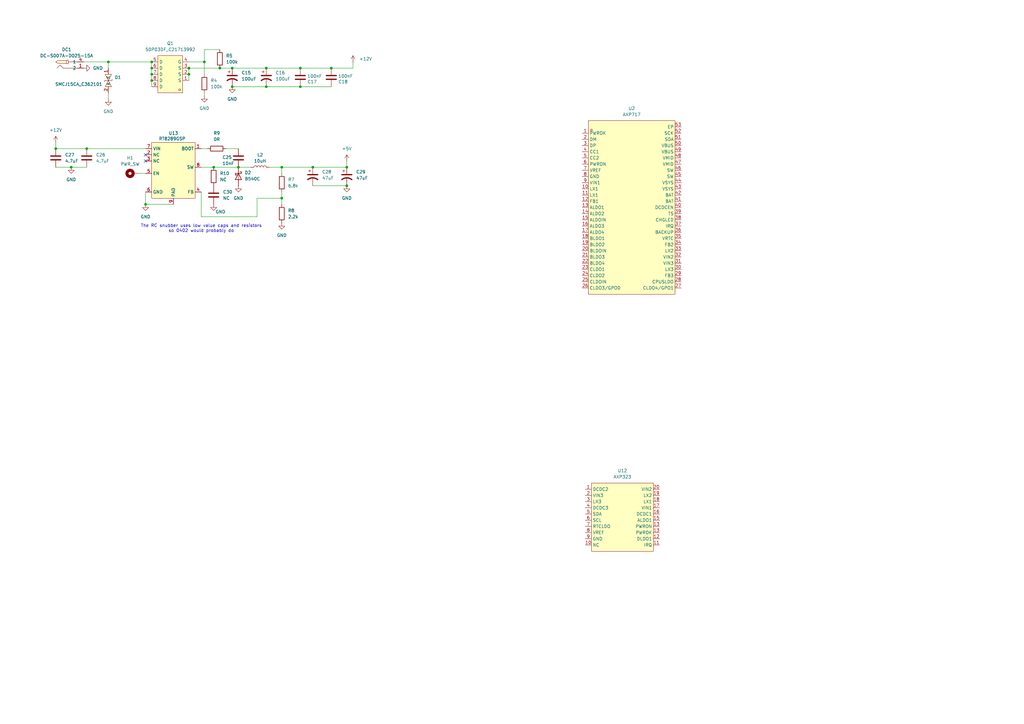
<source format=kicad_sch>
(kicad_sch (version 20250114) (generator "eeschema") (generator_version "9.0")
  (paper "A3")
  (title_block (date "2025-02-20") (rev "V0.1") (company "Matthew Spotten"))
  (lib_symbols
    (symbol "AXP323:AXP323"
      (property "Reference" "U" (at -15.494 16.256 0))
      (property "Value" "AXP323" (at -5.334 15.748 0))
      (symbol "AXP323_1_1"
        (rectangle (start -12.7 13.97) (end 12.7 -13.97) (fill (type background)))
        (pin input line (at -15.24 11.43 0) (length 2.54) (name "DCDC2") (number "1"))
        (pin input line (at -15.24 8.89 0) (length 2.54) (name "VIN3") (number "2"))
        (pin input line (at -15.24 6.35 0) (length 2.54) (name "LX3") (number "3"))
        (pin input line (at -15.24 3.81 0) (length 2.54) (name "DCDC3") (number "4"))
        (pin input line (at -15.24 1.27 0) (length 2.54) (name "SDA") (number "5"))
        (pin input line (at -15.24 -1.27 0) (length 2.54) (name "SCL") (number "6"))
        (pin input line (at -15.24 -3.81 0) (length 2.54) (name "RTCLDO") (number "7"))
        (pin input line (at -15.24 -6.35 0) (length 2.54) (name "VREF") (number "8"))
        (pin input line (at -15.24 -8.89 0) (length 2.54) (name "GND") (number "9"))
        (pin input line (at -15.24 -11.43 0) (length 2.54) (name "NC") (number "10"))
        (pin input line (at 15.24 11.43 180) (length 2.54) (name "VIN2") (number "20"))
        (pin input line (at 15.24 8.89 180) (length 2.54) (name "LX2") (number "19"))
        (pin input line (at 15.24 6.35 180) (length 2.54) (name "LX1") (number "18"))
        (pin input line (at 15.24 3.81 180) (length 2.54) (name "VIN1") (number "17"))
        (pin input line (at 15.24 1.27 180) (length 2.54) (name "DCDC1") (number "16"))
        (pin input line (at 15.24 -1.27 180) (length 2.54) (name "ALDO1") (number "15"))
        (pin input line (at 15.24 -3.81 180) (length 2.54) (name "PWRON") (number "13"))
        (pin input line (at 15.24 -6.35 180) (length 2.54) (name "PWROK") (number "13"))
        (pin input line (at 15.24 -8.89 180) (length 2.54) (name "DLDO1") (number "12"))
        (pin input line (at 15.24 -11.43 180) (length 2.54) (name "IRQ") (number "11"))
      )
    )
    (symbol "Device:C" (pin_numbers (hide yes)) (pin_names (offset 0.254))
      (property "Reference" "C" (at 0.635 2.54 0))
      (property "Value" "C" (at 0.635 -2.54 0))
      (symbol "C_0_1"
        (polyline (pts (xy -2.032 0.762) (xy 2.032 0.762)) (stroke (width 0.508)))
        (polyline (pts (xy -2.032 -0.762) (xy 2.032 -0.762)) (stroke (width 0.508)))
      )
      (symbol "C_1_1"
        (pin passive line (at 0 3.81 270) (length 2.794) (name "~") (number "1"))
        (pin passive line (at 0 -3.81 90) (length 2.794) (name "~") (number "2"))
      )
    )
    (symbol "Device:C_Polarized_US" (pin_numbers (hide yes)) (pin_names (offset 0.254) (hide yes))
      (property "Reference" "C" (at 0.635 2.54 0))
      (property "Value" "C_Polarized_US" (at 0.635 -2.54 0))
      (symbol "C_Polarized_US_0_1"
        (polyline (pts (xy -2.032 0.762) (xy 2.032 0.762)) (stroke (width 0.508)))
        (polyline (pts (xy -1.778 2.286) (xy -0.762 2.286)))
        (polyline (pts (xy -1.27 1.778) (xy -1.27 2.794)))
        (arc (start -2.032 -1.27) (mid 0 -0.5572) (end 2.032 -1.27) (stroke (width 0.508)))
      )
      (symbol "C_Polarized_US_1_1"
        (pin passive line (at 0 3.81 270) (length 2.794) (name "~") (number "1"))
        (pin passive line (at 0 -3.81 90) (length 3.302) (name "~") (number "2"))
      )
    )
    (symbol "Device:D_Schottky" (pin_numbers (hide yes)) (pin_names (offset 1.016) (hide yes))
      (property "Reference" "D" (at 0 2.54 0))
      (property "Value" "D_Schottky" (at 0 -2.54 0))
      (symbol "D_Schottky_0_1"
        (polyline (pts (xy -1.905 0.635) (xy -1.905 1.27) (xy -1.27 1.27) (xy -1.27 -1.27) (xy -0.635 -1.27) (xy -0.635 -0.635)) (stroke (width 0.254)))
        (polyline (pts (xy 1.27 1.27) (xy 1.27 -1.27) (xy -1.27 0) (xy 1.27 1.27)) (stroke (width 0.254)))
        (polyline (pts (xy 1.27 0) (xy -1.27 0)))
      )
      (symbol "D_Schottky_1_1"
        (pin passive line (at -3.81 0 0) (length 2.54) (name "K") (number "1"))
        (pin passive line (at 3.81 0 180) (length 2.54) (name "A") (number "2"))
      )
    )
    (symbol "Device:L" (pin_numbers (hide yes)) (pin_names (offset 1.016) (hide yes))
      (property "Reference" "L" (at -1.27 0 90))
      (property "Value" "L" (at 1.905 0 90))
      (symbol "L_0_1"
        (arc (start 0 2.54) (mid 0.6323 1.905) (end 0 1.27))
        (arc (start 0 1.27) (mid 0.6323 0.635) (end 0 0))
        (arc (start 0 0) (mid 0.6323 -0.635) (end 0 -1.27))
        (arc (start 0 -1.27) (mid 0.6323 -1.905) (end 0 -2.54))
      )
      (symbol "L_1_1"
        (pin passive line (at 0 3.81 270) (length 1.27) (name "1") (number "1"))
        (pin passive line (at 0 -3.81 90) (length 1.27) (name "2") (number "2"))
      )
    )
    (symbol "Device:R" (pin_numbers (hide yes)) (pin_names (offset 0))
      (property "Reference" "R" (at 2.032 0 90))
      (property "Value" "R" (at 0 0 90))
      (symbol "R_0_1"
        (rectangle (start -1.016 -2.54) (end 1.016 2.54) (stroke (width 0.254)))
      )
      (symbol "R_1_1"
        (pin passive line (at 0 3.81 270) (length 1.27) (name "~") (number "1"))
        (pin passive line (at 0 -3.81 90) (length 1.27) (name "~") (number "2"))
      )
    )
    (symbol "Mechanical:MountingHole_Pad_MP" (pin_numbers (hide yes)) (pin_names (offset 1.016) (hide yes)) (in_bom no)
      (property "Reference" "H" (at 0 6.35 0))
      (property "Value" "MountingHole_Pad_MP" (at 0 4.445 0))
      (symbol "MountingHole_Pad_MP_0_1"
        (circle (center 0 1.27) (radius 1.27) (stroke (width 1.27)))
      )
      (symbol "MountingHole_Pad_MP_1_1"
        (pin input line (at 0 -2.54 90) (length 2.54) (name "MP") (number "MP"))
      )
    )
    (symbol "easyeda:30P03D_C20754801"
      (property "Reference" "Q" (at 0 10.16 0))
      (property "Value" "30P03D_C20754801" (at 0 -10.16 0))
      (symbol "30P03D_C20754801_0_1"
        (rectangle (start -5.08 7.62) (end 5.08 -7.62) (fill (type background)))
        (circle (center -3.81 6.35) (radius 0.38))
        (pin unspecified line (at -7.62 2.54 0) (length 2.54) (name "S") (number "1"))
        (pin unspecified line (at -7.62 0 0) (length 2.54) (name "S") (number "2"))
        (pin unspecified line (at -7.62 -2.54 0) (length 2.54) (name "S") (number "3"))
        (pin unspecified line (at -7.62 -5.08 0) (length 2.54) (name "G") (number "4"))
        (pin unspecified line (at 7.62 5.08 180) (length 2.54) (name "D") (number "9"))
        (pin unspecified line (at 7.62 2.54 180) (length 2.54) (name "D") (number "8"))
        (pin unspecified line (at 7.62 0 180) (length 2.54) (name "D") (number "7"))
        (pin unspecified line (at 7.62 -2.54 180) (length 2.54) (name "D") (number "6"))
        (pin unspecified line (at 7.62 -5.08 180) (length 2.54) (name "D") (number "5"))
      )
    )
    (symbol "easyeda:AXP717"
      (property "Reference" "U" (at 0 38.1 0))
      (property "Value" "AXP717" (at 0 -38.1 0))
      (symbol "AXP717_0_1"
        (rectangle (start -17.78 35.56) (end 17.78 -35.56) (fill (type background)))
        (circle (center -16.51 31.75) (radius 0.38))
        (pin unspecified line (at -20.32 30.48 0) (length 2.54) (name "PWROK") (number "1"))
        (pin unspecified line (at -20.32 27.94 0) (length 2.54) (name "DM") (number "2"))
        (pin unspecified line (at -20.32 25.4 0) (length 2.54) (name "DP") (number "3"))
        (pin unspecified line (at -20.32 22.86 0) (length 2.54) (name "CC1") (number "4"))
        (pin unspecified line (at -20.32 20.32 0) (length 2.54) (name "CC2") (number "5"))
        (pin unspecified line (at -20.32 17.78 0) (length 2.54) (name "PWRON") (number "6"))
        (pin unspecified line (at -20.32 15.24 0) (length 2.54) (name "VREF") (number "7"))
        (pin unspecified line (at -20.32 12.7 0) (length 2.54) (name "GND") (number "8"))
        (pin unspecified line (at -20.32 10.16 0) (length 2.54) (name "VIN1") (number "9"))
        (pin unspecified line (at -20.32 7.62 0) (length 2.54) (name "LX1") (number "10"))
        (pin unspecified line (at -20.32 5.08 0) (length 2.54) (name "LX1") (number "11"))
        (pin unspecified line (at -20.32 2.54 0) (length 2.54) (name "FB1") (number "12"))
        (pin unspecified line (at -20.32 0 0) (length 2.54) (name "ALDO1") (number "13"))
        (pin unspecified line (at -20.32 -2.54 0) (length 2.54) (name "ALDO2") (number "14"))
        (pin unspecified line (at -20.32 -5.08 0) (length 2.54) (name "ALDOIN") (number "15"))
        (pin unspecified line (at -20.32 -7.62 0) (length 2.54) (name "ALDO3") (number "16"))
        (pin unspecified line (at -20.32 -10.16 0) (length 2.54) (name "ALDO4") (number "17"))
        (pin unspecified line (at -20.32 -12.7 0) (length 2.54) (name "BLDO1") (number "18"))
        (pin unspecified line (at -20.32 -15.24 0) (length 2.54) (name "BLDO2") (number "19"))
        (pin unspecified line (at -20.32 -17.78 0) (length 2.54) (name "BLDOIN") (number "20"))
        (pin unspecified line (at -20.32 -20.32 0) (length 2.54) (name "BLDO3") (number "21"))
        (pin unspecified line (at -20.32 -22.86 0) (length 2.54) (name "BLDO4") (number "22"))
        (pin unspecified line (at -20.32 -25.4 0) (length 2.54) (name "CLDO1") (number "23"))
        (pin unspecified line (at -20.32 -27.94 0) (length 2.54) (name "CLDO2") (number "24"))
        (pin unspecified line (at -20.32 -30.48 0) (length 2.54) (name "CLDOIN") (number "25"))
        (pin unspecified line (at -20.32 -33.02 0) (length 2.54) (name "CLDO3/GPO0") (number "26"))
        (pin unspecified line (at 20.32 33.02 180) (length 2.54) (name "EP") (number "53"))
        (pin unspecified line (at 20.32 30.48 180) (length 2.54) (name "SCK") (number "52"))
        (pin unspecified line (at 20.32 27.94 180) (length 2.54) (name "SDA") (number "51"))
        (pin unspecified line (at 20.32 25.4 180) (length 2.54) (name "VBUS") (number "50"))
        (pin unspecified line (at 20.32 22.86 180) (length 2.54) (name "VBUS") (number "49"))
        (pin unspecified line (at 20.32 20.32 180) (length 2.54) (name "VMID") (number "48"))
        (pin unspecified line (at 20.32 17.78 180) (length 2.54) (name "VMID") (number "47"))
        (pin unspecified line (at 20.32 15.24 180) (length 2.54) (name "SW") (number "46"))
        (pin unspecified line (at 20.32 12.7 180) (length 2.54) (name "SW") (number "45"))
        (pin unspecified line (at 20.32 10.16 180) (length 2.54) (name "VSYS") (number "44"))
        (pin unspecified line (at 20.32 7.62 180) (length 2.54) (name "VSYS") (number "43"))
        (pin unspecified line (at 20.32 5.08 180) (length 2.54) (name "BAT") (number "42"))
        (pin unspecified line (at 20.32 2.54 180) (length 2.54) (name "BAT") (number "41"))
        (pin unspecified line (at 20.32 0 180) (length 2.54) (name "DCDCEN") (number "40"))
        (pin unspecified line (at 20.32 -2.54 180) (length 2.54) (name "TS") (number "39"))
        (pin unspecified line (at 20.32 -5.08 180) (length 2.54) (name "CHGLED") (number "38"))
        (pin unspecified line (at 20.32 -7.62 180) (length 2.54) (name "IRQ") (number "37"))
        (pin unspecified line (at 20.32 -10.16 180) (length 2.54) (name "BACKUP") (number "36"))
        (pin unspecified line (at 20.32 -12.7 180) (length 2.54) (name "VRTC") (number "35"))
        (pin unspecified line (at 20.32 -15.24 180) (length 2.54) (name "FB2") (number "34"))
        (pin unspecified line (at 20.32 -17.78 180) (length 2.54) (name "LX2") (number "33"))
        (pin unspecified line (at 20.32 -20.32 180) (length 2.54) (name "VIN2") (number "32"))
        (pin unspecified line (at 20.32 -22.86 180) (length 2.54) (name "VIN3") (number "31"))
        (pin unspecified line (at 20.32 -25.4 180) (length 2.54) (name "LX3") (number "30"))
        (pin unspecified line (at 20.32 -27.94 180) (length 2.54) (name "FB3") (number "29"))
        (pin unspecified line (at 20.32 -30.48 180) (length 2.54) (name "CPUSLDO") (number "28"))
        (pin unspecified line (at 20.32 -33.02 180) (length 2.54) (name "CLDO4/GPO1") (number "27"))
      )
    )
    (symbol "easyeda:DC-S007A-D025-15A"
      (property "Reference" "DC" (at 0 5.08 0))
      (property "Value" "DC-S007A-D025-15A" (at 0 -7.62 0))
      (symbol "DC-S007A-D025-15A_0_1"
        (polyline (pts (xy -5.84 -2.54) (xy 0 -2.54)))
        (polyline (pts (xy -5.84 -2.54) (xy -7.11 -1.27) (xy -8.38 -2.54) (xy -8.38 -2.54)))
        (polyline (pts (xy -4.57 0.51) (xy -4.57 -0.51) (xy -8.13 -0.51) (xy -8.89 0) (xy -8.13 0.51) (xy -4.57 0.51)) (fill (type background)))
        (polyline (pts (xy -4.57 0.51) (xy -4.32 0.76) (xy -3.81 0.76) (xy -3.81 -0.76) (xy -4.32 -0.76) (xy -4.57 -0.51)))
        (polyline (pts (xy -3.81 0) (xy 0 0)))
        (pin unspecified line (at 2.54 0 180) (length 2.54) (name "1") (number "4"))
        (pin unspecified line (at 2.54 -2.54 180) (length 2.54) (name "2") (number "1"))
      )
    )
    (symbol "easyeda:RT8289GSP"
      (property "Reference" "U13" (at 0.254 -24.13 0))
      (property "Value" "RT8289GSP" (at 0.254 -26.67 0))
      (symbol "RT8289GSP_0_1"
        (rectangle (start -8.89 11.43) (end 8.89 -11.43) (fill (type background)))
        (pin unspecified line (at -11.43 8.89 0) (length 2.54) (name "VIN") (number "7"))
        (pin unspecified line (at -11.43 6.35 0) (length 2.54) (name "NC") (number "2"))
        (pin unspecified line (at -11.43 3.81 0) (length 2.54) (name "NC") (number "3"))
        (pin unspecified line (at -11.43 -1.27 0) (length 2.54) (name "EN") (number "5"))
        (pin unspecified line (at -11.43 -8.89 0) (length 2.54) (name "GND") (number "6"))
        (pin unspecified line (at 0 -13.97 90) (length 2.54) (name "PAD") (number "9"))
        (pin unspecified line (at 11.43 8.89 180) (length 2.54) (name "BOOT") (number "1"))
        (pin unspecified line (at 11.43 1.27 180) (length 2.54) (name "SW") (number "8"))
        (pin unspecified line (at 11.43 -8.89 180) (length 2.54) (name "FB") (number "4"))
      )
    )
    (symbol "easyeda:SMCJ15CA_C362101"
      (property "Reference" "D" (at 0 5.08 0))
      (property "Value" "SMCJ15CA_C362101" (at 0 -5.08 0))
      (symbol "SMCJ15CA_C362101_0_1"
        (polyline (pts (xy -2.54 1.27) (xy 0 0) (xy -2.54 -1.27) (xy -2.54 1.27)) (fill (type background)))
        (polyline (pts (xy -0.51 1.52) (xy -0.51 1.52) (xy 0 1.52) (xy 0 -1.52) (xy 0.51 -1.52) (xy 0.51 -1.52)))
        (polyline (pts (xy 2.54 1.27) (xy 0 0) (xy 2.54 -1.27) (xy 2.54 1.27)) (fill (type background)))
        (pin unspecified line (at -5.08 0 0) (length 2.54) (name "K") (number "1"))
        (pin unspecified line (at 5.08 0 180) (length 2.54) (name "A") (number "2"))
      )
    )
    (symbol "power:+12V" (power) (pin_numbers (hide yes)) (pin_names (offset 0) (hide yes))
      (property "Value" "+12V" (at 0 3.556 0))
      (symbol "+12V_0_1"
        (polyline (pts (xy -0.762 1.27) (xy 0 2.54)))
        (polyline (pts (xy 0 2.54) (xy 0.762 1.27)))
        (polyline (pts (xy 0 0) (xy 0 2.54)))
      )
      (symbol "+12V_1_1"
        (pin power_in line (at 0 0 90) (length 0) (name "~") (number "1"))
      )
    )
    (symbol "power:+5V" (power) (pin_numbers (hide yes)) (pin_names (offset 0) (hide yes))
      (property "Value" "+5V" (at 0 3.556 0))
      (symbol "+5V_0_1"
        (polyline (pts (xy -0.762 1.27) (xy 0 2.54)))
        (polyline (pts (xy 0 2.54) (xy 0.762 1.27)))
        (polyline (pts (xy 0 0) (xy 0 2.54)))
      )
      (symbol "+5V_1_1"
        (pin power_in line (at 0 0 90) (length 0) (name "~") (number "1"))
      )
    )
    (symbol "power:GND" (power) (pin_numbers (hide yes)) (pin_names (offset 0) (hide yes))
      (property "Value" "GND" (at 0 -3.81 0))
      (symbol "GND_0_1"
        (polyline (pts (xy 0 0) (xy 0 -1.27) (xy 1.27 -1.27) (xy 0 -2.54) (xy -1.27 -1.27) (xy 0 -1.27)))
      )
      (symbol "GND_1_1"
        (pin power_in line (at 0 0 270) (length 0) (name "~") (number "1"))
      )
    )
  )
  (text "The RC snubber uses low value caps and resistors\nso 0402 would probably do\n" (at 82.55 93.726 0) (effects (font (size 1.27 1.27))))
  (junction (at 62.23 33.02))
  (junction (at 62.23 27.94))
  (junction (at 97.79 68.58))
  (junction (at 142.24 68.58))
  (junction (at 128.27 68.58))
  (junction (at 123.19 35.56))
  (junction (at 90.17 27.94))
  (junction (at 123.19 27.94))
  (junction (at 87.63 68.58))
  (junction (at 62.23 30.48))
  (junction (at 95.25 35.56))
  (junction (at 115.57 81.28))
  (junction (at 22.86 60.96))
  (junction (at 62.23 25.4))
  (junction (at 77.47 30.48))
  (junction (at 29.21 68.58))
  (junction (at 83.82 25.4))
  (junction (at 77.47 27.94))
  (junction (at 35.56 60.96))
  (junction (at 95.25 27.94))
  (junction (at 44.45 25.4))
  (junction (at 135.89 27.94))
  (junction (at 109.22 35.56))
  (junction (at 109.22 27.94))
  (junction (at 115.57 68.58))
  (junction (at 142.24 76.2))
  (junction (at 59.69 83.82))
  (no_connect (at 59.69 63.5))
  (no_connect (at 59.69 66.04))
  (wire (pts (xy 44.45 25.4) (xy 62.23 25.4)))
  (wire (pts (xy 62.23 25.4) (xy 62.23 27.94)))
  (wire (pts (xy 95.25 27.94) (xy 109.22 27.94)))
  (wire (pts (xy 115.57 81.28) (xy 115.57 83.82)))
  (wire (pts (xy 82.55 60.96) (xy 85.09 60.96)))
  (wire (pts (xy 142.24 68.58) (xy 128.27 68.58)))
  (wire (pts (xy 87.63 68.58) (xy 97.79 68.58)))
  (wire (pts (xy 59.69 78.74) (xy 59.69 83.82)))
  (wire (pts (xy 83.82 39.37) (xy 83.82 38.1)))
  (wire (pts (xy 109.22 35.56) (xy 123.19 35.56)))
  (wire (pts (xy 77.47 27.94) (xy 77.47 30.48)))
  (wire (pts (xy 123.19 27.94) (xy 135.89 27.94)))
  (wire (pts (xy 123.19 35.56) (xy 135.89 35.56)))
  (wire (pts (xy 59.69 83.82) (xy 71.12 83.82)))
  (wire (pts (xy 22.86 58.42) (xy 22.86 60.96)))
  (wire (pts (xy 62.23 33.02) (xy 62.23 35.56)))
  (wire (pts (xy 29.21 68.58) (xy 35.56 68.58)))
  (wire (pts (xy 90.17 27.94) (xy 95.25 27.94)))
  (wire (pts (xy 77.47 25.4) (xy 83.82 25.4)))
  (wire (pts (xy 44.45 38.1) (xy 44.45 40.64)))
  (wire (pts (xy 82.55 88.9) (xy 105.41 88.9)))
  (wire (pts (xy 115.57 68.58) (xy 128.27 68.58)))
  (wire (pts (xy 77.47 27.94) (xy 90.17 27.94)))
  (wire (pts (xy 144.78 25.4) (xy 144.78 27.94)))
  (wire (pts (xy 115.57 78.74) (xy 115.57 81.28)))
  (wire (pts (xy 22.86 60.96) (xy 35.56 60.96)))
  (wire (pts (xy 115.57 81.28) (xy 105.41 81.28)))
  (wire (pts (xy 34.29 25.4) (xy 44.45 25.4)))
  (wire (pts (xy 110.49 68.58) (xy 115.57 68.58)))
  (wire (pts (xy 128.27 76.2) (xy 142.24 76.2)))
  (wire (pts (xy 62.23 30.48) (xy 62.23 33.02)))
  (wire (pts (xy 115.57 68.58) (xy 115.57 71.12)))
  (wire (pts (xy 83.82 25.4) (xy 83.82 30.48)))
  (wire (pts (xy 97.79 68.58) (xy 102.87 68.58)))
  (wire (pts (xy 109.22 27.94) (xy 123.19 27.94)))
  (wire (pts (xy 82.55 68.58) (xy 87.63 68.58)))
  (wire (pts (xy 142.24 66.04) (xy 142.24 68.58)))
  (wire (pts (xy 82.55 88.9) (xy 82.55 78.74)))
  (wire (pts (xy 95.25 35.56) (xy 109.22 35.56)))
  (wire (pts (xy 77.47 30.48) (xy 77.47 33.02)))
  (wire (pts (xy 135.89 27.94) (xy 144.78 27.94)))
  (wire (pts (xy 92.71 60.96) (xy 97.79 60.96)))
  (wire (pts (xy 105.41 81.28) (xy 105.41 88.9)))
  (wire (pts (xy 44.45 25.4) (xy 44.45 27.94)))
  (wire (pts (xy 22.86 68.58) (xy 29.21 68.58)))
  (wire (pts (xy 35.56 60.96) (xy 59.69 60.96)))
  (wire (pts (xy 57.15 71.12) (xy 59.69 71.12)))
  (wire (pts (xy 83.82 20.32) (xy 83.82 25.4)))
  (wire (pts (xy 62.23 27.94) (xy 62.23 30.48)))
  (wire (pts (xy 90.17 20.32) (xy 83.82 20.32)))
  (symbol (lib_id "power:GND") (at 34.29 27.94 90) (unit 1)
    (property "Reference" "#PWR047" (effects (hide yes)))
    (property "Value" "GND" (at 38.1 27.9399 90) (effects (justify right)))
    (property "Description" "Power symbol creates a global label with name \"GND\" , ground" (effects (hide yes)))
  )
  (symbol (lib_id "Device:C_Polarized_US") (at 142.24 72.39 0) (unit 1)
    (property "Reference" "C29" (at 146.05 70.4849 0) (effects (justify left)))
    (property "Value" "47uF" (at 146.05 73.0249 0) (effects (justify left)))
    (property "Description" "Polarized capacitor, US symbol" (effects (hide yes)))
  )
  (symbol (lib_id "power:GND") (at 142.24 76.2 0) (unit 1)
    (property "Reference" "#PWR062" (effects (hide yes)))
    (property "Value" "GND" (at 142.24 81.28 0))
    (property "Description" "Power symbol creates a global label with name \"GND\" , ground" (effects (hide yes)))
  )
  (symbol (lib_id "Device:D_Schottky") (at 97.79 72.39 270) (unit 1)
    (property "Reference" "D2" (at 100.33 70.8024 90) (effects (justify left)))
    (property "Value" "B540C" (at 100.33 73.3424 90) (effects (justify left)))
    (property "Footprint" "Diode_SMD:D_SMC" (effects (hide yes)))
    (property "Description" "Schottky diode" (effects (hide yes)))
    (property "LCSC Part" "C6807783" (effects (hide yes)))
  )
  (symbol (lib_id "Device:R") (at 90.17 24.13 0) (unit 1)
    (property "Reference" "R5" (at 92.71 22.8599 0) (effects (justify left)))
    (property "Value" "100k" (at 92.71 25.3999 0) (effects (justify left)))
    (property "Description" "Resistor" (effects (hide yes)))
  )
  (symbol (lib_id "easyeda:SMCJ15CA_C362101") (at 44.45 33.02 270) (unit 1)
    (property "Reference" "D1" (at 46.99 31.7499 90) (effects (justify left)))
    (property "Value" "SMCJ15CA_C362101" (at 22.606 34.544 90) (effects (justify left)))
    (property "Footprint" "easyeda:SMC_L6.9-W5.9-LS7.9-BI" (effects (hide yes)))
    (property "Datasheet" "https://lcsc.com/product-detail/Others_Shenzhen-Jinkaisheng-Elec-SMCJ15CA_C362101.html" (effects (hide yes)))
    (property "LCSC Part" "C362101" (effects (hide yes)))
  )
  (symbol (lib_id "power:GND") (at 115.57 91.44 0) (unit 1)
    (property "Reference" "#PWR060" (effects (hide yes)))
    (property "Value" "GND" (at 115.57 96.52 0))
    (property "Description" "Power symbol creates a global label with name \"GND\" , ground" (effects (hide yes)))
  )
  (symbol (lib_id "easyeda:RT8289GSP") (at 71.12 69.85 0) (unit 1)
    (property "Reference" "U13" (at 71.12 54.61 0))
    (property "Value" "RT8289GSP" (at 70.612 56.896 0))
    (property "Footprint" "easyeda:SOIC-8_L5.0-W4.0-P1.27-LS6.0-BL-EP2.0" (effects (hide yes)))
    (property "Datasheet" "https://lcsc.com/product-detail/DC-DC-Converters_RT8289GSP_C39202.html" (effects (hide yes)))
    (property "LCSC Part" "C39202" (effects (hide yes)))
  )
  (symbol (lib_id "Device:C_Polarized_US") (at 95.25 31.75 0) (unit 1)
    (property "Reference" "C15" (at 99.06 29.8449 0) (effects (justify left)))
    (property "Value" "100uF" (at 99.06 32.3849 0) (effects (justify left)))
    (property "Description" "Polarized capacitor, US symbol" (effects (hide yes)))
  )
  (symbol (lib_id "Device:R") (at 88.9 60.96 90) (unit 1)
    (property "Reference" "R9" (at 88.9 54.61 90))
    (property "Value" "0R" (at 88.9 57.15 90))
    (property "Description" "Resistor" (effects (hide yes)))
  )
  (symbol (lib_id "Device:R") (at 83.82 34.29 0) (unit 1)
    (property "Reference" "R4" (at 86.36 33.0199 0) (effects (justify left)))
    (property "Value" "100k" (at 86.36 35.5599 0) (effects (justify left)))
    (property "Description" "Resistor" (effects (hide yes)))
  )
  (symbol (lib_id "Device:R") (at 115.57 74.93 0) (unit 1)
    (property "Reference" "R7" (at 118.11 73.6599 0) (effects (justify left)))
    (property "Value" "6.8k" (at 118.11 76.1999 0) (effects (justify left)))
    (property "Description" "Resistor" (effects (hide yes)))
  )
  (symbol (lib_id "Device:C") (at 87.63 80.01 0) (unit 1)
    (property "Reference" "C30" (at 91.44 78.7399 0) (effects (justify left)))
    (property "Value" "NC" (at 91.44 81.2799 0) (effects (justify left)))
    (property "Description" "Unpolarized capacitor" (effects (hide yes)))
  )
  (symbol (lib_id "easyeda:AXP717") (at 259.08 85.09 0) (unit 1)
    (property "Reference" "U2" (at 259.08 44.45 0))
    (property "Value" "AXP717" (at 259.08 46.99 0))
    (property "Footprint" "easyeda:QFN-52_L6.0-W6.0-P0.40-TL-EP4.7" (effects (hide yes)))
    (property "Datasheet" "libs/_datasheets/X-Powers-Tech-AXP717_C2997897.pdf" (effects (hide yes)))
    (property "LCSC Part" "C2997897" (effects (hide yes)))
  )
  (symbol (lib_id "Device:R") (at 87.63 72.39 180) (unit 1)
    (property "Reference" "R10" (at 90.17 71.1199 0) (effects (justify right)))
    (property "Value" "NC" (at 90.17 73.6599 0) (effects (justify right)))
    (property "Description" "Resistor" (effects (hide yes)))
  )
  (symbol (lib_id "Device:C") (at 123.19 31.75 180) (unit 1)
    (property "Reference" "C17" (at 128.016 33.528 0))
    (property "Value" "100nF" (at 129.032 31.242 0))
    (property "Description" "Unpolarized capacitor" (effects (hide yes)))
  )
  (symbol (lib_id "Device:C_Polarized_US") (at 109.22 31.75 0) (unit 1)
    (property "Reference" "C16" (at 113.03 29.8449 0) (effects (justify left)))
    (property "Value" "100uF" (at 113.03 32.3849 0) (effects (justify left)))
    (property "Description" "Polarized capacitor, US symbol" (effects (hide yes)))
  )
  (symbol (lib_id "power:GND") (at 97.79 76.2 0) (unit 1)
    (property "Reference" "#PWR063" (effects (hide yes)))
    (property "Value" "GND" (at 97.79 81.28 0))
    (property "Description" "Power symbol creates a global label with name \"GND\" , ground" (effects (hide yes)))
  )
  (symbol (lib_id "power:GND") (at 87.63 83.82 0) (unit 1)
    (property "Reference" "#PWR064" (effects (hide yes)))
    (property "Value" "GND" (at 90.424 86.868 0))
    (property "Description" "Power symbol creates a global label with name \"GND\" , ground" (effects (hide yes)))
  )
  (symbol (lib_id "Device:R") (at 115.57 87.63 0) (unit 1)
    (property "Reference" "R8" (at 118.11 86.3599 0) (effects (justify left)))
    (property "Value" "2.2k" (at 118.11 88.8999 0) (effects (justify left)))
    (property "Description" "Resistor" (effects (hide yes)))
  )
  (symbol (lib_id "power:+12V") (at 144.78 25.4 0) (unit 1)
    (property "Reference" "#PWR048" (effects (hide yes)))
    (property "Value" "+12V" (at 147.32 24.1299 0) (effects (justify left)))
    (property "Description" "Power symbol creates a global label with name \"+12V\"" (effects (hide yes)))
  )
  (symbol (lib_id "Device:C") (at 97.79 64.77 180) (unit 1)
    (property "Reference" "C25" (at 91.186 64.516 0) (effects (justify right)))
    (property "Value" "10nF" (at 91.186 67.056 0) (effects (justify right)))
    (property "Description" "Unpolarized capacitor" (effects (hide yes)))
  )
  (symbol (lib_id "easyeda:DC-S007A-D025-15A") (at 31.75 25.4 0) (unit 1)
    (property "Reference" "DC1" (at 27.305 20.32 0))
    (property "Value" "DC-S007A-D025-15A" (at 27.305 22.86 0))
    (property "Footprint" "easyeda:DC-IN-TH_DC-S007A-D020-15A" (effects (hide yes)))
    (property "LCSC Part" "C7464908" (effects (hide yes)))
  )
  (symbol (lib_id "power:GND") (at 95.25 35.56 0) (unit 1)
    (property "Reference" "#PWR056" (effects (hide yes)))
    (property "Value" "GND" (at 95.25 40.64 0))
    (property "Description" "Power symbol creates a global label with name \"GND\" , ground" (effects (hide yes)))
  )
  (symbol (lib_id "power:GND") (at 83.82 39.37 0) (unit 1)
    (property "Reference" "#PWR055" (effects (hide yes)))
    (property "Value" "GND" (at 83.82 44.45 0))
    (property "Description" "Power symbol creates a global label with name \"GND\" , ground" (effects (hide yes)))
  )
  (symbol (lib_id "Device:C") (at 35.56 64.77 180) (unit 1)
    (property "Reference" "C26" (at 39.37 63.4999 0) (effects (justify right)))
    (property "Value" "4.7uF" (at 39.37 66.0399 0) (effects (justify right)))
    (property "Description" "Unpolarized capacitor" (effects (hide yes)))
  )
  (symbol (lib_id "power:GND") (at 29.21 68.58 0) (unit 1)
    (property "Reference" "#PWR058" (effects (hide yes)))
    (property "Value" "GND" (at 29.21 73.66 0))
    (property "Description" "Power symbol creates a global label with name \"GND\" , ground" (effects (hide yes)))
  )
  (symbol (lib_id "Device:C") (at 135.89 31.75 180) (unit 1)
    (property "Reference" "C18" (at 140.716 33.528 0))
    (property "Value" "100nF" (at 141.732 31.242 0))
    (property "Description" "Unpolarized capacitor" (effects (hide yes)))
  )
  (symbol (lib_id "power:+12V") (at 22.86 58.42 0) (unit 1)
    (property "Reference" "#PWR057" (effects (hide yes)))
    (property "Value" "+12V" (at 22.86 53.34 0))
    (property "Description" "Power symbol creates a global label with name \"+12V\"" (effects (hide yes)))
  )
  (symbol (lib_id "power:GND") (at 44.45 40.64 0) (unit 1)
    (property "Reference" "#PWR054" (effects (hide yes)))
    (property "Value" "GND" (at 44.45 45.72 0))
    (property "Description" "Power symbol creates a global label with name \"GND\" , ground" (effects (hide yes)))
  )
  (symbol (lib_id "Device:L") (at 106.68 68.58 90) (unit 1)
    (property "Reference" "L2" (at 106.68 63.5 90))
    (property "Value" "10uH" (at 106.68 66.04 90))
    (property "Description" "Inductor" (effects (hide yes)))
  )
  (symbol (lib_id "Device:C") (at 22.86 64.77 180) (unit 1)
    (property "Reference" "C27" (at 26.67 63.4999 0) (effects (justify right)))
    (property "Value" "4.7uF" (at 26.67 66.0399 0) (effects (justify right)))
    (property "Description" "Unpolarized capacitor" (effects (hide yes)))
  )
  (symbol (lib_id "Mechanical:MountingHole_Pad_MP") (at 54.61 71.12 90) (unit 1) (in_bom no)
    (property "Reference" "H1" (at 53.34 64.77 90))
    (property "Value" "PWR_SW" (at 53.34 67.31 90))
    (property "Description" "Mounting Hole with connection as pad named MP" (effects (hide yes)))
  )
  (symbol (lib_id "AXP323:AXP323") (at 255.27 212.09 0) (unit 1)
    (property "Reference" "U12" (at 255.27 193.04 0))
    (property "Value" "AXP323" (at 255.27 195.58 0))
    (property "Footprint" "custom footprints:AXP323" (effects (hide yes)))
    (property "Datasheet" "libs/_datasheets/AXP323_Datasheet_V1.1_en.pdf" (effects (hide yes)))
  )
  (symbol (lib_id "power:+5V") (at 142.24 66.04 0) (unit 1)
    (property "Reference" "#PWR061" (effects (hide yes)))
    (property "Value" "+5V" (at 142.24 60.96 0))
    (property "Description" "Power symbol creates a global label with name \"+5V\"" (effects (hide yes)))
  )
  (symbol (lib_id "power:GND") (at 59.69 83.82 0) (unit 1)
    (property "Reference" "#PWR059" (effects (hide yes)))
    (property "Value" "GND" (at 59.69 88.9 0))
    (property "Description" "Power symbol creates a global label with name \"GND\" , ground" (effects (hide yes)))
  )
  (symbol (lib_id "Device:C_Polarized_US") (at 128.27 72.39 0) (unit 1)
    (property "Reference" "C28" (at 132.08 70.4849 0) (effects (justify left)))
    (property "Value" "47uF" (at 132.08 73.0249 0) (effects (justify left)))
    (property "Description" "Polarized capacitor, US symbol" (effects (hide yes)))
  )
  (symbol (lib_id "easyeda:30P03D_C20754801") (at 69.85 30.48 180) (unit 1)
    (property "Reference" "Q1" (at 69.85 17.78 0))
    (property "Value" "50P03DF_C21713992" (at 69.85 20.32 0))
    (property "Footprint" "easyeda:PDFN-8_L3.2-W3.0-P0.65-LS3.3-BL-1" (effects (hide yes)))
    (property "LCSC Part" "C21713992" (effects (hide yes)))
  )
)
</source>
